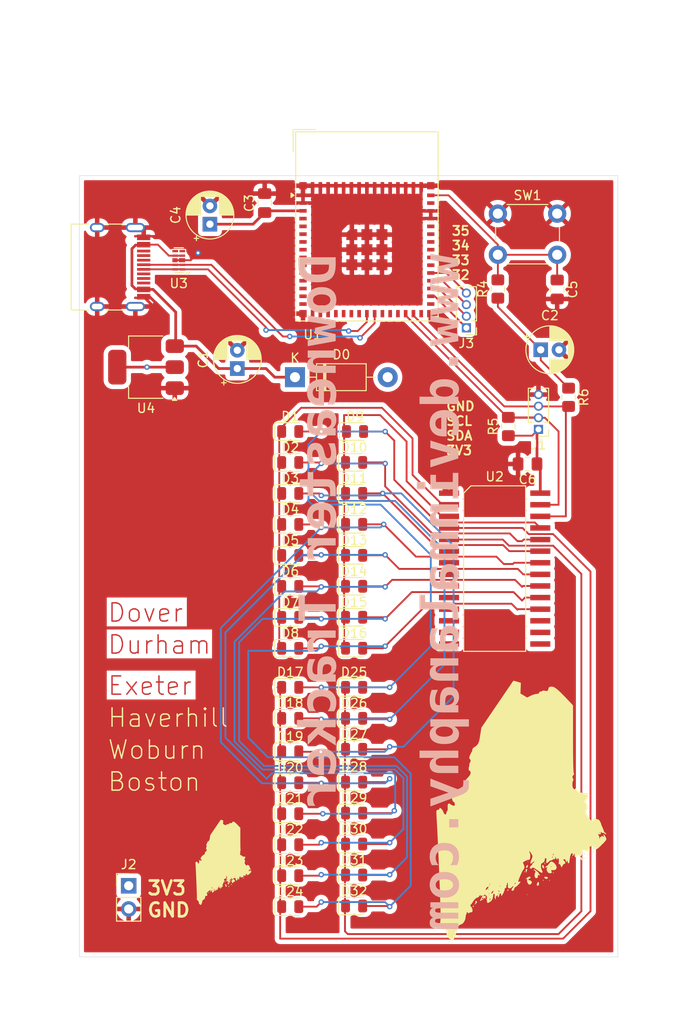
<source format=kicad_pcb>
(kicad_pcb (version 20240108) (generator "pcbnew") (generator_version "8.0")
  (layers (0 "F.Cu" signal) (1 "In1.Cu" signal) (2 "In2.Cu" signal) (31 "B.Cu" signal) (34 "B.Paste" user) (35 "F.Paste" user) (36 "B.SilkS" user "B.Silkscreen") (37 "F.SilkS" user "F.Silkscreen") (38 "B.Mask" user) (39 "F.Mask" user) (44 "Edge.Cuts" user))
  (net 0 "")
  (net 1 "/3V3")
  (net 2 "/5VUSB")
  (net 3 "GND")
  (net 5 "/USB_P")
  (net 9 "/SCL")
  (net 14 "unconnected-(U1-IO3-Pad7)")
  (net 15 "unconnected-(U1-IO2-Pad6)")
  (net 21 "Net-(J3-Pin_4)")
  (net 26 "/USB_N")
  (net 32 "Net-(J3-Pin_3)")
  (net 33 "Net-(J3-Pin_1)")
  (net 37 "/SDA")
  (net 44 "Net-(U1-EN)")
  (net 45 "Net-(D16-A)")
  (net 46 "Net-(D14-A)")
  (net 47 "Net-(D1-A)")
  (net 48 "Net-(D17-K)")
  (net 49 "Net-(D12-A)")
  (net 50 "Net-(D25-K)")
  (net 56 "Net-(D11-A)")
  (net 57 "Net-(D1-K)")
  (net 59 "Net-(D10-K)")
  (net 62 "Net-(D13-A)")
  (net 65 "Net-(D15-A)")
  (net 68 "Net-(D10-A)")
  (net 71 "Net-(J3-Pin_2)")
  (footprint "Connector_PinHeader_1.27mm:PinHeader_1x04_P1.27mm_Vertical" (layer "F.Cu") (at 149.1 102.01 180)
    (property "Reference" "J1")
    (property "Value" "Conn_01x04_Pin")
  )
  (footprint "LED_SMD:LED_0805_2012Metric" (layer "F.Cu") (at 128.9 109.014887)
    (property "Reference" "D11")
    (property "Value" "LED")
  )
  (footprint "Connector_PinHeader_2.54mm:PinHeader_1x02_P2.54mm_Vertical" (layer "F.Cu") (at 104.2 151.96)
    (property "Reference" "J2")
    (property "Value" "Conn_01x02_Pin")
  )
  (footprint "LED_SMD:LED_0805_2012Metric" (layer "F.Cu") (at 121.9 109.024887)
    (property "Reference" "D3")
    (property "Value" "LED")
  )
  (footprint "LED_SMD:LED_0805_2012Metric" (layer "F.Cu") (at 121.9 150.854887)
    (property "Reference" "D23")
    (property "Value" "LED")
  )
  (footprint "LED_SMD:LED_0805_2012Metric" (layer "F.Cu") (at 128.9 115.794887)
    (property "Reference" "D13")
    (property "Value" "LED")
  )
  (footprint "Diode_THT:D_DO-41_SOD81_P10.16mm_Horizontal" (layer "F.Cu") (at 122.42 96.3)
    (property "Reference" "D0")
    (property "Value" "1N4002")
  )
  (footprint "Capacitor_THT:CP_Radial_D5.0mm_P2.00mm" (layer "F.Cu") (at 116.1 95.355113 90)
    (property "Reference" "C1")
    (property "Value" "10uF")
  )
  (footprint "LED_SMD:LED_0805_2012Metric" (layer "F.Cu") (at 121.9 133.634887)
    (property "Reference" "D18")
    (property "Value" "LED")
  )
  (footprint "LED_SMD:LED_0805_2012Metric" (layer "F.Cu") (at 121.9 147.464887)
    (property "Reference" "D22")
    (property "Value" "LED")
  )
  (footprint "LOGO" (layer "F.Cu") (at 147.3 143.744887)
    (property "Reference" "G***" (hide yes))
    (property "Value" "LOGO" (hide yes))
  )
  (footprint "Capacitor_SMD:C_0805_2012Metric_Pad1.18x1.45mm_HandSolder" (layer "F.Cu") (at 147.9 105.8 180)
    (property "Reference" "C6")
    (property "Value" "0.1uF")
  )
  (footprint "Button_Switch_THT:SW_PUSH_6mm" (layer "F.Cu") (at 144.65 78.4)
    (property "Reference" "SW1")
    (property "Value" "SW_Push")
  )
  (footprint "DevySymbols:HT16K33_SOP28" (layer "F.Cu") (at 144.3 117.244887 -90)
    (property "Reference" "U2")
    (property "Value" "HT16K33")
  )
  (footprint "LED_SMD:LED_0805_2012Metric" (layer "F.Cu") (at 128.9 154.174887)
    (property "Reference" "D32")
    (property "Value" "LED")
  )
  (footprint "RF_Module:ESP32-S2-MINI-1" (layer "F.Cu") (at 130.3 79.794887)
    (property "Reference" "U1")
    (property "Value" "ESP32-S3-MINI-1")
  )
  (footprint "LED_SMD:LED_0805_2012Metric" (layer "F.Cu") (at 121.9 125.974887)
    (property "Reference" "D8")
    (property "Value" "LED")
  )
  (footprint "LED_SMD:LED_0805_2012Metric" (layer "F.Cu") (at 129 102.244887)
    (property "Reference" "D9")
    (property "Value" "LED")
  )
  (footprint "LED_SMD:LED_0805_2012Metric" (layer "F.Cu") (at 121.9 130.244887)
    (property "Reference" "D17")
    (property "Value" "LED")
  )
  (footprint "LED_SMD:LED_0805_2012Metric" (layer "F.Cu") (at 128.9 112.404887)
    (property "Reference" "D12")
    (property "Value" "LED")
  )
  (footprint "Capacitor_SMD:C_0805_2012Metric_Pad1.18x1.45mm_HandSolder" (layer "F.Cu") (at 151.15 86.7 -90)
    (property "Reference" "C5")
    (property "Value" "0.1uF")
  )
  (footprint "Capacitor_SMD:C_0805_2012Metric_Pad1.18x1.45mm_HandSolder" (layer "F.Cu") (at 119.1 77.244887 90)
    (property "Reference" "C3")
    (property "Value" "0.1uF")
  )
  (footprint "Resistor_SMD:R_0805_2012Metric_Pad1.20x1.40mm_HandSolder" (layer "F.Cu") (at 144.65 86.65 90)
    (property "Reference" "R4")
    (property "Value" "10k")
  )
  (footprint "Resistor_SMD:R_0805_2012Metric_Pad1.20x1.40mm_HandSolder" (layer "F.Cu") (at 152.4 98.5 -90)
    (property "Reference" "R6")
    (property "Value" "10k")
  )
  (footprint "Connector_USB:USB_C_Receptacle_HRO_TYPE-C-31-M-12" (layer "F.Cu") (at 101.8 84.244887 -90)
    (property "Reference" "P1" (hide yes))
    (property "Value" "USB_C_Plug_USB2.0")
  )
  (footprint "LED_SMD:LED_0805_2012Metric" (layer "F.Cu") (at 128.9 125.964887)
    (property "Reference" "D16")
    (property "Value" "LED")
  )
  (footprint "LED_SMD:LED_0805_2012Metric" (layer "F.Cu") (at 121.9 119.194887)
    (property "Reference" "D6")
    (property "Value" "LED")
  )
  (footprint "LED_SMD:LED_0805_2012Metric" (layer "F.Cu") (at 121.9 115.804887)
    (property "Reference" "D5")
    (property "Value" "LED")
  )
  (footprint "LED_SMD:LED_0805_2012Metric" (layer "F.Cu") (at 121.9 102.244887)
    (property "Reference" "D1")
    (property "Value" "LED")
  )
  (footprint "LED_SMD:LED_0805_2012Metric" (layer "F.Cu") (at 128.9 147.394887)
    (property "Reference" "D30")
    (property "Value" "LED")
  )
  (footprint "LED_SMD:LED_0805_2012Metric" (layer "F.Cu") (at 128.9 144.004887)
    (property "Reference" "D29")
    (property "Value" "LED")
  )
  (footprint "LED_SMD:LED_0805_2012Metric" (layer "F.Cu") (at 128.9 122.574887)
    (property "Reference" "D15")
    (property "Value" "LED")
  )
  (footprint "Capacitor_THT:CP_Radial_D5.0mm_P2.00mm" (layer "F.Cu") (at 113.1 79.555113 90)
    (property "Reference" "C4")
    (property "Value" "10uF")
  )
  (footprint "LED_SMD:LED_0805_2012Metric" (layer "F.Cu") (at 128.9 133.634887)
    (property "Reference" "D26")
    (property "Value" "LED")
  )
  (footprint "LED_SMD:LED_0805_2012Metric" (layer "F.Cu") (at 121.9 122.584887)
    (property "Reference" "D7")
    (property "Value" "LED")
  )
  (footprint "LED_SMD:LED_0805_2012Metric" (layer "F.Cu") (at 128.9 150.784887)
    (property "Reference" "D31")
    (property "Value" "LED")
  )
  (footprint "LED_SMD:LED_0805_2012Metric" (layer "F.Cu") (at 128.9 119.184887)
    (property "Reference" "D14")
    (property "Value" "LED")
  )
  (footprint "LED_SMD:LED_0805_2012Metric" (layer "F.Cu") (at 121.9 105.634887)
    (property "Reference" "D2")
    (property "Value" "LED")
  )
  (footprint "Capacitor_THT:CP_Radial_D5.0mm_P2.00mm" (layer "F.Cu") (at 149.344888 93.3)
    (property "Reference" "C2")
    (property "Value" "100uF")
  )
  (footprint "LED_SMD:LED_0805_2012Metric" (layer "F.Cu") (at 128.9 130.244887)
    (property "Reference" "D25")
    (property "Value" "LED")
  )
  (footprint "LOGO" (layer "F.Cu") (at 114.6 149.4)
    (property "Reference" "G***")
    (property "Value" "LOGO" (hide yes))
  )
  (footprint "Connector_PinHeader_1.27mm:PinHeader_1x04_P1.27mm_Vertical" (layer "F.Cu") (at 141.2 90.9 180)
    (property "Reference" "J3")
    (property "Value" "Conn_01x04_Pin")
  )
  (footprint "LED_SMD:LED_0805_2012Metric" (layer "F.Cu") (at 121.9 137.294887)
    (property "Reference" "D19")
    (property "Value" "LED")
  )
  (footprint "LED_SMD:LED_0805_2012Metric" (layer "F.Cu") (at 128.9 105.624887)
    (property "Reference" "D10")
    (property "Value" "LED")
  )
  (footprint "LED_SMD:LED_0805_2012Metric" (layer "F.Cu") (at 121.9 144.074887)
    (property "Reference" "D21")
    (property "Value" "LED")
  )
  (footprint "LED_SMD:LED_0805_2012Metric" (layer "F.Cu") (at 121.9 112.414887)
    (property "Reference" "D4")
    (property "Value" "LED")
  )
  (footprint "LED_SMD:LED_0805_2012Metric" (layer "F.Cu") (at 128.9 137.024887)
    (property "Reference" "D27")
    (property "Value" "LED")
  )
  (footprint "Package_TO_SOT_SMD:SOT-223-3_TabPin2" (layer "F.Cu") (at 106.1 95.2 180)
    (property "Reference" "U4")
    (property "Value" "AMS1117-3.3")
  )
  (footprint "Package_DFN_QFN:Diodes_UDFN-10_1.0x2.5mm_P0.5mm" (layer "F.Cu") (at 109.6875 83.5 180)
    (property "Reference" "U3")
    (property "Value" "D3V3XA4B10LP" (hide yes))
  )
  (footprint "LED_SMD:LED_0805_2012Metric" (layer "F.Cu") (at 121.9 154.244887)
    (property "Reference" "D24")
    (property "Value" "LED")
  )
  (footprint "LED_SMD:LED_0805_2012Metric" (layer "F.Cu") (at 128.9 140.614887)
    (property "Reference" "D28")
    (property "Value" "LED")
  )
  (footprint "Resistor_SMD:R_0805_2012Metric_Pad1.20x1.40mm_HandSolder" (layer "F.Cu") (at 145.8 101.7 90)
    (property "Reference" "R5")
    (property "Value" "10k")
  )
  (footprint "LED_SMD:LED_0805_2012Metric" (layer "F.Cu") (at 121.9 140.684887)
    (property "Reference" "D20")
    (property "Value" "LED")
  )
  (gr_rect (start 98.8 74.244887) (end 157.8 159.744887) (stroke (width 0.05)) (fill none) (layer "Edge.Cuts"))
  (gr_text "Exeter" (at 101.8 131.244887 0) (layer "F.Cu") (effects (font (size 2 2)) (justify left bottom)))
  (gr_text "Durham" (at 101.8 126.744887 0) (layer "F.Cu") (effects (font (size 2 2)) (justify left bottom)))
  (gr_text "Dover" (at 101.8 123.244887 0) (layer "F.Cu") (effects (font (size 2 2)) (justify left bottom)))
  (gr_text "Downeaster Tracker\n\nwww.devinmalanaphy.com" (at 141 82.8 90) (layer "B.SilkS") (effects (font (size 4 4) (thickness 0.8) (bold yes)) (justify left bottom mirror)))
  (gr_text "Boston" (at 101.8 141.744887 0) (layer "F.SilkS") (effects (font (size 2 2)) (justify left bottom)))
  (gr_text "Woburn" (at 101.8 138.244887 0) (layer "F.SilkS") (effects (font (size 2 2)) (justify left bottom)))
  (gr_text "3V3\nGND" (at 106.1 155.5 0) (layer "F.SilkS") (effects (font (size 1.5 1.5) (thickness 0.3) (bold yes)) (justify left bottom)))
  (gr_text "GND\nSCL\nSDA\n3V3" (at 138.9 104.9 0) (layer "F.SilkS") (effects (font (size 1 1) (thickness 0.2) (bold yes)) (justify left bottom)))
  (gr_text "35\n34\n33\n32" (at 139.5 85.7 0) (layer "F.SilkS") (effects (font (size 1 1) (thickness 0.2) (bold yes)) (justify left bottom)))
  (gr_text "Haverhill" (at 101.8 134.744887 0) (layer "F.SilkS") (effects (font (size 2 2)) (justify left bottom)))
  (segment (start 144.65 88.605112) (end 149.344888 93.3) (width 0.2) (layer "F.Cu") (net 1))
  (segment (start 144.65 87.65) (end 144.65 88.605112) (width 0.2) (layer "F.Cu") (net 1))
  (segment (start 152.4 97.5) (end 149.344888 94.444888) (width 0.2) (layer "F.Cu") (net 1))
  (segment (start 145.8 102.7) (end 148.41 102.7) (width 0.2) (layer "F.Cu") (net 1))
  (segment (start 106.2 95.2) (end 106.3 95.2) (width 0.3) (layer "F.Cu") (net 1))
  (segment (start 123.3 78.094887) (end 119.2875 78.094887) (width 0.3) (layer "F.Cu") (net 1))
  (segment (start 119.2875 78.094887) (end 119.1 78.282387) (width 0.2) (layer "F.Cu") (net 1))
  (segment (start 117.827274 79.555113) (end 119.1 78.282387) (width 0.3) (layer "F.Cu") (net 1))
  (segment (start 103.05 95.2) (end 106.2 95.2) (width 0.3) (layer "F.Cu") (net 1))
  (segment (start 106.3 95.2) (end 109.35 95.2) (width 0.3) (layer "F.Cu") (net 1))
  (segment (start 148.41 102.7) (end 149.1 102.01) (width 0.2) (layer "F.Cu") (net 1))
  (segment (start 113.1 79.555113) (end 117.827274 79.555113) (width 0.3) (layer "F.Cu") (net 1))
  (segment (start 149.1 102.01) (end 149.1 102.3) (width 0.2) (layer "F.Cu") (net 1))
  (segment (start 149.344888 94.444888) (end 149.344888 93.3) (width 0.2) (layer "F.Cu") (net 1))
  (segment (start 149.1 102.3) (end 148.9375 102.4625) (width 0.2) (layer "F.Cu") (net 1))
  (segment (start 149.3 108.989887) (end 149.3 105.9125) (width 0.3) (layer "F.Cu") (net 1))
  (segment (start 149.2875 105.8875) (end 149.2875 105.9) (width 0.2) (layer "F.Cu") (net 1))
  (segment (start 148.9375 102.4625) (end 148.9375 105.8) (width 0.3) (layer "F.Cu") (net 1))
  (via (at 106.2 95.2) (size 0.6) (drill 0.3) (layers "F.Cu" "B.Cu") (net 1))
  (segment (start 105.48 86.644887) (end 104.940305 86.644887) (width 0.3) (layer "F.Cu") (net 2))
  (segment (start 109.35 89.174887) (end 106.87 86.694887) (width 0.3) (layer "F.Cu") (net 2))
  (segment (start 104.95188 81.844887) (end 105.48 81.844887) (width 0.3) (layer "F.Cu") (net 2))
  (segment (start 120.2 96.3) (end 122.42 96.3) (width 0.3) (layer "F.Cu") (net 2))
  (segment (start 116.1 95.355113) (end 119.255113 95.355113) (width 0.3) (layer "F.Cu") (net 2))
  (segment (start 107.394887 81.794887) (end 108.6 83) (width 0.2) (layer "F.Cu") (net 2))
  (segment (start 114.055113 95.355113) (end 111.6 92.9) (width 0.3) (layer "F.Cu") (net 2))
  (segment (start 111.6 92.9) (end 109.35 92.9) (width 0.3) (layer "F.Cu") (net 2))
  (segment (start 105.48 86.644887) (end 106.054999 86.644887) (width 0.3) (layer "F.Cu") (net 2))
  (segment (start 104.555 82.241767) (end 104.95188 81.844887) (width 0.3) (layer "F.Cu") (net 2))
  (segment (start 108.6 83) (end 110.075 83) (width 0.2) (layer "F.Cu") (net 2))
  (segment (start 116.1 95.355113) (end 114.055113 95.355113) (width 0.3) (layer "F.Cu") (net 2))
  (segment (start 109.35 92.9) (end 109.35 89.174887) (width 0.3) (layer "F.Cu") (net 2))
  (segment (start 104.940305 86.644887) (end 104.555 86.259582) (width 0.3) (layer "F.Cu") (net 2))
  (segment (start 106.87 86.694887) (end 105.845 86.694887) (width 0.3) (layer "F.Cu") (net 2))
  (segment (start 119.255113 95.355113) (end 120.2 96.3) (width 0.3) (layer "F.Cu") (net 2))
  (segment (start 104.555 86.259582) (end 104.555 82.241767) (width 0.3) (layer "F.Cu") (net 2))
  (segment (start 105.845 81.794887) (end 107.394887 81.794887) (width 0.2) (layer "F.Cu") (net 2))
  (segment (start 105.845 87.494887) (end 106.494887 87.494887) (width 0.3) (layer "F.Cu") (net 3))
  (segment (start 106.494887 87.494887) (end 107.5 88.5) (width 0.3) (layer "F.Cu") (net 3))
  (segment (start 109.275 83.5) (end 111 83.5) (width 0.2) (layer "F.Cu") (net 3))
  (segment (start 106.62 88.269887) (end 106.62 89.2) (width 0.3) (layer "F.Cu") (net 3))
  (segment (start 123.1125 76.207387) (end 123.3 76.394887) (width 0.2) (layer "F.Cu") (net 3))
  (segment (start 111 83.5) (end 111.8 82.7) (width 0.2) (layer "F.Cu") (net 3))
  (segment (start 105.845 87.494887) (end 106.62 88.269887) (width 0.3) (layer "F.Cu") (net 3))
  (via (at 111.8 82.7) (size 0.6) (drill 0.3) (layers "F.Cu" "B.Cu") (net 3))
  (segment (start 121.85 91.844887) (end 121.094887 91.844887) (width 0.2) (layer "F.Cu") (net 5))
  (segment (start 131.15 90.394887) (end 131.15 89.344887) (width 0.2) (layer "F.Cu") (net 5))
  (segment (start 113.25 84) (end 110.075 84) (width 0.2) (layer "F.Cu") (net 5))
  (segment (start 121.094887 91.844887) (end 113.25 84) (width 0.2) (layer "F.Cu") (net 5))
  (segment (start 105.48 83.994887) (end 105.53 84.044887) (width 0.2) (layer "F.Cu") (net 5))
  (segment (start 106.42 83.994887) (end 106.445 84.019887) (width 0.2) (layer "F.Cu") (net 5))
  (segment (start 129.55 91.994887) (end 131.15 90.394887) (width 0.2) (layer "F.Cu") (net 5))
  (segment (start 105.845 83.994887) (end 110.069887 83.994887) (width 0.2) (layer "F.Cu") (net 5))
  (segment (start 110.069887 83.994887) (end 110.075 84) (width 0.2) (layer "F.Cu") (net 5))
  (via (at 121.85 91.844887) (size 0.6) (drill 0.3) (layers "F.Cu" "B.Cu") (net 5))
  (via (at 129.55 91.994887) (size 0.6) (drill 0.3) (layers "F.Cu" "B.Cu") (net 5))
  (segment (start 121.85 91.844887) (end 129.4 91.844887) (width 0.2) (layer "B.Cu") (net 5))
  (segment (start 129.4 91.844887) (end 129.55 91.994887) (width 0.2) (layer "B.Cu") (net 5))
  (segment (start 152.1 111.529887) (end 152.1 99.8) (width 0.2) (layer "F.Cu") (net 9))
  (segment (start 135.4 89.544887) (end 135.4 89.344887) (width 0.2) (layer "F.Cu") (net 9))
  (segment (start 149.3 111.529887) (end 152.1 111.529887) (width 0.2) (layer "F.Cu") (net 9))
  (segment (start 145.355113 99.5) (end 135.4 89.544887) (width 0.2) (layer "F.Cu") (net 9))
  (segment (start 152.1 99.8) (end 152.4 99.5) (width 0.2) (layer "F.Cu") (net 9))
  (segment (start 152.4 99.5) (end 145.355113 99.5) (width 0.2) (layer "F.Cu") (net 9))
  (segment (start 123.3 81.494887) (end 123.1 81.494887) (width 0.2) (layer "F.Cu") (net 14))
  (segment (start 123.1 80.644887) (end 123.3 80.644887) (width 0.2) (layer "F.Cu") (net 15))
  (segment (start 137.3 84.894887) (end 139.004887 84.894887) (width 0.2) (layer "F.Cu") (net 21))
  (segment (start 139.004887 84.894887) (end 141.2 87.09) (width 0.2) (layer "F.Cu") (net 21))
  (segment (start 110.069887 84.494887) (end 110.075 84.5) (width 0.2) (layer "F.Cu") (net 26))
  (segment (start 119.25 91.144887) (end 119.25 90.85) (width 0.2) (layer "F.Cu") (net 26))
  (segment (start 130.3 90.244887) (end 130.3 89.344887) (width 0.2) (layer "F.Cu") (net 26))
  (segment (start 119.25 90.85) (end 112.9 84.5) (width 0.2) (layer "F.Cu") (net 26))
  (segment (start 129.3 91.244887) (end 130.3 90.244887) (width 0.2) (layer "F.Cu") (net 26))
  (segment (start 128.3 91.244887) (end 129.3 91.244887) (width 0.2) (layer "F.Cu") (net 26))
  (segment (start 112.9 84.5) (end 110.075 84.5) (width 0.2) (layer "F.Cu") (net 26))
  (segment (start 105.845 84.494887) (end 110.069887 84.494887) (width 0.2) (layer "F.Cu") (net 26))
  (segment (start 105.48 84.494887) (end 105.48 84.544887) (width 0.2) (layer "F.Cu") (net 26))
  (segment (start 106.42 84.494887) (end 106.445 84.469887) (width 0.2) (layer "F.Cu") (net 26))
  (via (at 119.25 91.144887) (size 0.6) (drill 0.3) (layers "F.Cu" "B.Cu") (net 26))
  (via (at 128.3 91.244887) (size 0.6) (drill 0.3) (layers "F.Cu" "B.Cu") (net 26))
  (segment (start 128.2 91.144887) (end 128.3 91.244887) (width 0.2) (layer "B.Cu") (net 26))
  (segment (start 119.25 91.144887) (end 128.2 91.144887) (width 0.2) (layer "B.Cu") (net 26))
  (segment (start 138.584887 85.744887) (end 137.3 85.744887) (width 0.2) (layer "F.Cu") (net 32))
  (segment (start 141.2 88.36) (end 138.584887 85.744887) (width 0.2) (layer "F.Cu") (net 32))
  (segment (start 141.2 90.9) (end 137.744887 87.444887) (width 0.2) (layer "F.Cu") (net 33))
  (segment (start 137.744887 87.444887) (end 137.3 87.444887) (width 0.2) (layer "F.Cu") (net 33))
  (segment (start 149.1 100.74) (end 149.06 100.7) (width 0.2) (layer "F.Cu") (net 37))
  (segment (start 134.55 89.344887) (end 134.55 89.544887) (width 0.2) (layer "F.Cu") (net 37))
  (segment (start 134.55 89.544887) (end 145.745113 100.74) (width 0.2) (layer "F.Cu") (net 37))
  (segment (start 149.807106 100.74) (end 151.3 102.232894) (width 0.2) (layer "F.Cu") (net 37))
  (segment (start 151.3 110.259887) (end 149.3 110.259887) (width 0.2) (layer "F.Cu") (net 37))
  (segment (start 149.06 100.7) (end 145.8 100.7) (width 0.2) (layer "F.Cu") (net 37))
  (segment (start 151.3 102.232894) (end 151.3 110.259887) (width 0.2) (layer "F.Cu") (net 37))
  (segment (start 149.1 100.74) (end 149.807106 100.74) (width 0.2) (layer "F.Cu") (net 37))
  (segment (start 145.745113 100.74) (end 149.1 100.74) (width 0.2) (layer "F.Cu") (net 37))
  (segment (start 139.244887 76.394887) (end 137.3 76.394887) (width 0.2) (layer "F.Cu") (net 44))
  (segment (start 144.65 82.9) (end 144.65 81.8) (width 0.2) (layer "F.Cu") (net 44))
  (segment (start 144.65 81.8) (end 139.244887 76.394887) (width 0.2) (layer "F.Cu") (net 44))
  (segment (start 144.65 82.9) (end 151.15 82.9) (width 0.2) (layer "F.Cu") (net 44))
  (segment (start 144.65 85.65) (end 144.65 82.9) (width 0.2) (layer "F.Cu") (net 44))
  (segment (start 151.15 85.6625) (end 151.15 82.9) (width 0.2) (layer "F.Cu") (net 44))
  (segment (start 146.8 121.744887) (end 146.855 121.689887) (width 0.2) (layer "F.Cu") (net 45))
  (segment (start 132.73 154.174887) (end 132.8 154.244887) (width 0.2) (layer "F.Cu") (net 45))
  (segment (start 132.08 125.964887) (end 132.3 125.744887) (width 0.2) (layer "F.Cu") (net 45))
  (segment (start 130.3 154.174887) (end 132.73 154.174887) (width 0.2) (layer "F.Cu") (net 45))
  (segment (start 123.3 154.244887) (end 124.8 154.244887) (width 0.2) (layer "F.Cu") (net 45))
  (segment (start 146.145 121.089887) (end 146.8 121.744887) (width 0.2) (layer "F.Cu") (net 45))
  (segment (start 136.955 121.089887) (end 146.145 121.089887) (width 0.2) (layer "F.Cu") (net 45))
  (segment (start 123.3 125.974887) (end 125.07 125.974887) (width 0.2) (layer "F.Cu") (net 45))
  (segment (start 130.3 125.964887) (end 132.08 125.964887) (width 0.2) (layer "F.Cu") (net 45))
  (segment (start 146.855 121.689887) (end 149.3 121.689887) (width 0.2) (layer "F.Cu") (net 45))
  (segment (start 124.8 154.244887) (end 125.3 153.744887) (width 0.2) (layer "F.Cu") (net 45))
  (segment (start 125.07 125.974887) (end 125.3 125.744887) (width 0.2) (layer "F.Cu") (net 45))
  (segment (start 132.3 125.744887) (end 136.955 121.089887) (width 0.2) (layer "F.Cu") (net 45))
  (via (at 125.3 125.744887) (size 0.6) (drill 0.3) (layers "F.Cu" "B.Cu") (net 45))
  (via (at 125.3 153.744887) (size 0.6) (drill 0.3) (layers "F.Cu" "B.Cu") (net 45))
  (via (at 132.3 125.744887) (size 0.6) (drill 0.3) (layers "F.Cu" "B.Cu") (net 45))
  (via (at 132.8 154.244887) (size 0.6) (drill 0.3) (layers "F.Cu" "B.Cu") (net 45))
  (segment (start 135.1 139.679201) (end 133.315686 137.894887) (width 0.2) (layer "B.Cu") (net 45))
  (segment (start 117.3 135.744887) (end 117.3 126.244887) (width 0.2) (layer "B.Cu") (net 45))
  (segment (start 117.3 126.244887) (end 124.8 126.244887) (width 0.2) (layer "B.Cu") (net 45))
  (segment (start 119.45 137.894887) (end 117.3 135.744887) (width 0.2) (layer "B.Cu") (net 45))
  (segment (start 135.1 151.944887) (end 135.1 139.679201) (width 0.2) (layer "B.Cu") (net 45))
  (segment (start 132.3 153.744887) (end 132.8 154.244887) (width 0.2) (layer "B.Cu") (net 45))
  (segment (start 125.3 153.744887) (end 132.3 153.744887) (width 0.2) (layer "B.Cu") (net 45))
  (segment (start 132.8 154.244887) (end 135.1 151.944887) (width 0.2) (layer "B.Cu") (net 45))
  (segment (start 125.3 125.744887) (end 132.3 125.744887) (width 0.2) (layer "B.Cu") (net 45))
  (segment (start 133.315686 137.894887) (end 119.45 137.894887) (width 0.2) (layer "B.Cu") (net 45))
  (segment (start 124.8 126.244887) (end 125.3 125.744887) (width 0.2) (layer "B.Cu") (net 45))
  (segment (start 125.08 147.464887) (end 125.3 147.244887) (width 0.2) (layer "F.Cu") (net 46))
  (segment (start 132.65 147.394887) (end 132.8 147.244887) (width 0.2) (layer "F.Cu") (net 46))
  (segment (start 123.3 119.194887) (end 125.25 119.194887) (width 0.2) (layer "F.Cu") (net 46))
  (segment (start 123.3 147.464887) (end 125.08 147.464887) (width 0.2) (layer "F.Cu") (net 46))
  (segment (start 147.395 119.149887) (end 149.3 119.149887) (width 0.2) (layer "F.Cu") (net 46))
  (segment (start 125.25 119.194887) (end 125.3 119.244887) (width 0.2) (layer "F.Cu") (net 46))
  (segment (start 130.3 147.394887) (end 132.65 147.394887) (width 0.2) (layer "F.Cu") (net 46))
  (segment (start 147.3 119.244887) (end 147.395 119.149887) (width 0.2) (layer "F.Cu") (net 46))
  (segment (start 132.3 119.244887) (end 133.065 118.479887) (width 0.2) (layer "F.Cu") (net 46))
  (segment (start 130.3 119.184887) (end 132.24 119.184887) (width 0.2) (layer "F.Cu") (net 46))
  (segment (start 133.065 118.479887) (end 146.535 118.479887) (width 0.2) (layer "F.Cu") (net 46))
  (segment (start 132.24 119.184887) (end 132.3 119.244887) (width 0.2) (layer "F.Cu") (net 46))
  (segment (start 146.535 118.479887) (end 147.3 119.244887) (width 0.2) (layer "F.Cu") (net 46))
  (via (at 125.3 147.244887) (size 0.6) (drill 0.3) (layers "F.Cu" "B.Cu") (net 46))
  (via (at 125.3 119.244887) (size 0.6) (drill 0.3) (layers "F.Cu" "B.Cu") (net 46))
  (via (at 132.3 119.244887) (size 0.6) (drill 0.3) (layers "F.Cu" "B.Cu") (net 46))
  (via (at 132.8 147.244887) (size 0.6) (drill 0.3) (layers "F.Cu" "B.Cu") (net 46))
  (segment (start 125.3 119.244887) (end 132.3 119.244887) (width 0.2) (layer "B.Cu") (net 46))
  (segment (start 134.3 140.179201) (end 134.3 145.744887) (width 0.2) (layer "B.Cu") (net 46))
  (segment (start 118.865686 139.244887) (end 133.365686 139.244887) (width 0.2) (layer "B.Cu") (net 46))
  (segment (start 134.3 145.744887) (end 132.8 147.244887) (width 0.2) (layer "B.Cu") (net 46))
  (segment (start 121.3 119.744887) (end 115.8 125.244887) (width 0.2) (layer "B.Cu") (net 46))
  (segment (start 125.3 119.244887) (end 124.8 119.744887) (width 0.2) (layer "B.Cu") (net 46))
  (segment (start 133.365686 139.244887) (end 134.3 140.179201) (width 0.2) (layer "B.Cu") (net 46))
  (segment (start 124.8 119.744887) (end 121.3 119.744887) (width 0.2) (layer "B.Cu") (net 46))
  (segment (start 115.8 125.244887) (end 115.8 136.179201) (width 0.2) (layer "B.Cu") (net 46))
  (segment (start 125.3 147.244887) (end 132.8 147.244887) (width 0.2) (layer "B.Cu") (net 46))
  (segment (start 115.8 136.179201) (end 118.865686 139.244887) (width 0.2) (layer "B.Cu") (net 46))
  (segment (start 133.3 107.529887) (end 133.3 103.244887) (width 0.2) (layer "F.Cu") (net 47))
  (segment (start 149.3 112.799887) (end 148.7 112.199887) (width 0.2) (layer "F.Cu") (net 47))
  (segment (start 133.3 103.244887) (end 132.3 102.244887) (width 0.2) (layer "F.Cu") (net 47))
  (segment (start 148.7 112.199887) (end 137.97 112.199887) (width 0.2) (layer "F.Cu") (net 47))
  (segment (start 130.4 102.244887) (end 132.3 102.244887) (width 0.2) (layer "F.Cu") (net 47))
  (segment (start 123.3 130.244887) (end 125.3 130.244887) (width 0.2) (layer "F.Cu") (net 47))
  (segment (start 123.3 102.244887) (end 125.3 102.244887) (width 0.2) (layer "F.Cu") (net 47))
  (segment (start 130.3 130.244887) (end 132.8 130.244887) (width 0.2) (layer "F.Cu") (net 47))
  (segment (start 137.97 112.199887) (end 133.3 107.529887) (width 0.2) (layer "F.Cu") (net 47))
  (via (at 132.8 130.244887) (size 0.6) (drill 0.3) (layers "F.Cu" "B.Cu") (net 47))
  (via (at 125.3 102.244887) (size 0.6) (drill 0.3) (layers "F.Cu" "B.Cu") (net 47))
  (via (at 125.3 130.244887) (size 0.6) (drill 0.3) (layers "F.Cu" "B.Cu") (net 47))
  (via (at 132.3 102.244887) (size 0.6) (drill 0.3) (layers "F.Cu" "B.Cu") (net 47))
  (segment (start 124.3 110.244887) (end 123.9 109.844887) (width 0.2) (layer "B.Cu") (net 47))
  (segment (start 132.8 130.244887) (end 137.3 125.744887) (width 0.2) (layer "B.Cu") (net 47))
  (segment (start 131.8 110.244887) (end 124.3 110.244887) (width 0.2) (layer "B.Cu") (net 47))
  (segment (start 125.3 130.244887) (end 132.8 130.244887) (width 0.2) (layer "B.Cu") (net 47))
  (segment (start 123.9 109.844887) (end 123.9 103.644887) (width 0.2) (layer "B.Cu") (net 47))
  (segment (start 137.3 115.744887) (end 131.8 110.244887) (width 0.2) (layer "B.Cu") (net 47))
  (segment (start 137.3 125.744887) (end 137.3 115.744887) (width 0.2) (layer "B.Cu") (net 47))
  (segment (start 125.3 102.244887) (end 132.3 102.244887) (width 0.2) (layer "B.Cu") (net 47))
  (segment (start 123.9 103.644887) (end 125.3 102.244887) (width 0.2) (layer "B.Cu") (net 47))
  (segment (start 120.8 157.744887) (end 120.8 130.544887) (width 0.2) (layer "F.Cu") (net 48))
  (segment (start 148.025 113.469887) (end 150.7 113.469887) (width 0.2) (layer "F.Cu") (net 48))
  (segment (start 147.355 112.799887) (end 148.025 113.469887) (width 0.2) (layer "F.Cu") (net 48))
  (segment (start 120.8 130.544887) (end 120.5 130.244887) (width 0.2) (layer "F.Cu") (net 48))
  (segment (start 154.8 117.569887) (end 154.8 154.744887) (width 0.2) (layer "F.Cu") (net 48))
  (segment (start 139.3 112.799887) (end 147.355 112.799887) (width 0.2) (layer "F.Cu") (net 48))
  (segment (start 154.8 154.744887) (end 151.8 157.744887) (width 0.2) (layer "F.Cu") (net 48))
  (segment (start 150.7 113.469887) (end 154.8 117.569887) (width 0.2) (layer "F.Cu") (net 48))
  (segment (start 151.8 157.744887) (end 120.8 157.744887) (width 0.2) (layer "F.Cu") (net 48))
  (segment (start 130.3 112.404887) (end 132.14 112.404887) (width 0.2) (layer "F.Cu") (net 49))
  (segment (start 145.3 116.744887) (end 146.3 116.744887) (width 0.2) (layer "F.Cu") (net 49))
  (segment (start 144.495 115.939887) (end 145.3 116.744887) (width 0.2) (layer "F.Cu") (net 49))
  (segment (start 123.3 112.414887) (end 124.97 112.414887) (width 0.2) (layer "F.Cu") (net 49))
  (segment (start 135.675 115.939887) (end 144.495 115.939887) (width 0.2) (layer "F.Cu") (net 49))
  (segment (start 132.14 112.404887) (end 135.675 115.939887) (width 0.2) (layer "F.Cu") (net 49))
  (segment (start 146.435 116.609887) (end 149.3 116.609887) (width 0.2) (layer "F.Cu") (net 49))
  (segment (start 124.97 112.414887) (end 125.3 112.744887) (width 0.2) (layer "F.Cu") (net 49))
  (segment (start 123.3 140.684887) (end 125.24 140.684887) (width 0.2) (layer "F.Cu") (net 49))
  (segment (start 125.24 140.684887) (end 125.3 140.744887) (width 0.2) (layer "F.Cu") (net 49))
  (segment (start 130.3 140.614887) (end 132.43 140.614887) (width 0.2) (layer "F.Cu") (net 49))
  (segment (start 146.3 116.744887) (end 146.435 116.609887) (width 0.2) (layer "F.Cu") (net 49))
  (segment (start 132.43 140.614887) (end 132.8 140.244887) (width 0.2) (layer "F.Cu") (net 49))
  (via (at 132.8 140.244887) (size 0.6) (drill 0.3) (layers "F.Cu" "B.Cu") (net 49))
  (via (at 125.3 112.744887) (size 0.6) (drill 0.3) (layers "F.Cu" "B.Cu") (net 49))
  (via (at 125.3 140.744887) (size 0.6) (drill 0.3) (layers "F.Cu" "B.Cu") (net 49))
  (via (at 132.14 112.404887) (size 0.6) (drill 0.3) (layers "F.Cu" "B.Cu") (net 49))
  (segment (start 131.8 112.744887) (end 132.14 112.404887) (width 0.2) (layer "B.Cu") (net 49))
  (segment (start 125.3 112.744887) (end 131.8 112.744887) (width 0.2) (layer "B.Cu") (net 49))
  (segment (start 114.3 123.744887) (end 114.3 136.244887) (width 0.2) (layer "B.Cu") (net 49))
  (segment (start 125.3 112.744887) (end 114.3 123.744887) (width 0.2) (layer "B.Cu") (net 49))
  (segment (start 118.8 140.744887) (end 125.3 140.744887) (width 0.2) (layer "B.Cu") (net 49))
  (segment (start 125.3 140.744887) (end 132.3 140.744887) (width 0.2) (layer "B.Cu") (net 49))
  (segment (start 132.3 140.744887) (end 132.8 140.244887) (width 0.2) (layer "B.Cu") (net 49))
  (segment (start 114.3 136.244887) (end 118.8 140.744887) (width 0.2) (layer "B.Cu") (net 49))
  (segment (start 145.190686 114.069887) (end 145.860686 114.739887) (width 0.2) (layer "F.Cu") (net 50))
  (segment (start 127.9 156.944887) (end 127.9 130.644887) (width 0.2) (layer "F.Cu") (net 50))
  (segment (start 153.8 154.744887) (end 151.3 157.244887) (width 0.2) (layer "F.Cu") (net 50))
  (segment (start 128.2 157.244887) (end 127.9 156.944887) (width 0.2) (layer "F.Cu") (net 50))
  (segment (start 150.7 114.739887) (end 153.8 117.839887) (width 0.2) (layer "F.Cu") (net 50))
  (segment (start 151.3 157.244887) (end 128.2 157.244887) (width 0.2) (layer "F.Cu") (net 50))
  (segment (start 153.8 117.839887) (end 153.8 154.744887) (width 0.2) (layer "F.Cu") (net 50))
  (segment (start 139.3 114.069887) (end 145.190686 114.069887) (width 0.2) (layer "F.Cu") (net 50))
  (segment (start 145.860686 114.739887) (end 150.7 114.739887) (width 0.2) (layer "F.Cu") (net 50))
  (segment (start 127.9 130.644887) (end 127.5 130.244887) (width 0.2) (layer "F.Cu") (net 50))
  (segment (start 145.225 114.669887) (end 145.895 115.339887) (width 0.2) (layer "F.Cu") (net 56))
  (segment (start 123.3 137.294887) (end 125.25 137.294887) (width 0.2) (layer "F.Cu") (net 56))
  (segment (start 123.3 109.024887) (end 125.08 109.024887) (width 0.2) (layer "F.Cu") (net 56))
  (segment (start 132.03 109.014887) (end 137.685 114.669887) (width 0.2) (layer "F.Cu") (net 56))
  (segment (start 125.08 109.024887) (end 125.3 109.244887) (width 0.2) (layer "F.Cu") (net 56))
  (segment (start 130.3 137.024887) (end 132.52 137.024887) (width 0.2) (layer "F.Cu") (net 56))
  (segment (start 130.3 109.014887) (end 132.03 109.014887) (width 0.2) (layer "F.Cu") (net 56))
  (segment (start 137.685 114.669887) (end 145.225 114.669887) (width 0.2) (layer "F.Cu") (net 56))
  (segment (start 145.895 115.339887) (end 149.3 115.339887) (width 0.2) (layer "F.Cu") (net 56))
  (segment (start 132.52 137.024887) (end 132.8 136.744887) (width 0.2) (layer "F.Cu") (net 56))
  (via (at 125.3 109.244887) (size 0.6) (drill 0.3) (layers "F.Cu" "B.Cu") (net 56))
  (via (at 132.8 136.744887) (size 0.6) (drill 0.3) (layers "F.Cu" "B.Cu") (net 56))
  (via (at 132.03 109.014887) (size 0.6) (drill 0.3) (layers "F.Cu" "B.Cu") (net 56))
  (via (at 125.25 137.294887) (size 0.6) (drill 0.3) (layers "F.Cu" "B.Cu") (net 56))
  (segment (start 132.03 109.014887) (end 134.07 109.014887) (width 0.2) (layer "B.Cu") (net 56))
  (segment (start 125.25 137.294887) (end 132.25 137.294887) (width 0.2) (layer "B.Cu") (net 56))
  (segment (start 134.3 136.744887) (end 132.8 136.744887) (width 0.2) (layer "B.Cu") (net 56))
  (segment (start 132.25 137.294887) (end 132.8 136.744887) (width 0.2) (layer "B.Cu") (net 56))
  (segment (start 139.8 114.744887) (end 139.8 131.244887) (width 0.2) (layer "B.Cu") (net 56))
  (segment (start 125.3 109.244887) (end 131.8 109.244887) (width 0.2) (layer "B.Cu") (net 56))
  (segment (start 139.8 131.244887) (end 134.3 136.744887) (width 0.2) (layer "B.Cu") (net 56))
  (segment (start 134.07 109.014887) (end 139.8 114.744887) (width 0.2) (layer "B.Cu") (net 56))
  (segment (start 131.8 109.244887) (end 132.03 109.014887) (width 0.2) (layer "B.Cu") (net 56))
  (segment (start 123.094887 99.65) (end 120.7 102.044887) (width 0.2) (layer "F.Cu") (net 57))
  (segment (start 135.3 106.989887) (end 135.3 103) (width 0.2) (layer "F.Cu") (net 57))
  (segment (start 138.57 110.259887) (end 135.3 106.989887) (width 0.2) (layer "F.Cu") (net 57))
  (segment (start 139.3 110.259887) (end 138.57 110.259887) (width 0.2) (layer "F.Cu") (net 57))
  (segment (start 120.7 102.044887) (end 120.7 125.774887) (width 0.2) (layer "F.Cu") (net 57))
  (segment (start 120.7 125.774887) (end 120.5 125.974887) (width 0.2) (layer "F.Cu") (net 57))
  (segment (start 131.95 99.65) (end 123.094887 99.65) (width 0.2) (layer "F.Cu") (net 57))
  (segment (start 135.3 103) (end 131.95 99.65) (width 0.2) (layer "F.Cu") (net 57))
  (segment (start 134.65 103.35) (end 131.75 100.45) (width 0.2) (layer "F.Cu") (net 59))
  (segment (start 127.8 100.45) (end 127.8 125.664887) (width 0.2) (layer "F.Cu") (net 59))
  (segment (start 139.3 111.529887) (end 138.5 111.529887) (width 0.2) (layer "F.Cu") (net 59))
  (segment (start 131.75 100.45) (end 127.8 100.45) (width 0.2) (layer "F.Cu") (net 59))
  (segment (start 127.8 125.664887) (end 127.5 125.964887) (width 0.2) (layer "F.Cu") (net 59))
  (segment (start 134.65 107.679887) (end 134.65 103.35) (width 0.2) (layer "F.Cu") (net 59))
  (segment (start 138.5 111.529887) (end 134.65 107.679887) (width 0.2) (layer "F.Cu") (net 59))
  (segment (start 132.3 115.744887) (end 133.835 117.279887) (width 0.2) (layer "F.Cu") (net 62))
  (segment (start 146.835 117.279887) (end 147.435 117.879887) (width 0.2) (layer "F.Cu") (net 62))
  (segment (start 133.835 117.279887) (end 146.835 117.279887) (width 0.2) (layer "F.Cu") (net 62))
  (segment (start 130.3 144.004887) (end 133.04 144.004887) (width 0.2) (layer "F.Cu") (net 62))
  (segment (start 132.25 115.794887) (end 132.3 115.744887) (width 0.2) (layer "F.Cu") (net 62))
  (segment (start 147.435 117.879887) (end 149.3 117.879887) (width 0.2) (layer "F.Cu") (net 62))
  (segment (start 123.3 144.074887) (end 125.47 144.074887) (width 0.2) (layer "F.Cu") (net 62))
  (segment (start 130.3 115.794887) (end 132.25 115.794887) (width 0.2) (layer "F.Cu") (net 62))
  (segment (start 123.3 115.804887) (end 125.24 115.804887) (width 0.2) (layer "F.Cu") (net 62))
  (segment (start 125.24 115.804887) (end 125.3 115.744887) (width 0.2) (layer "F.Cu") (net 62))
  (segment (start 133.04 144.004887) (end 133.3 143.744887) (width 0.2) (layer "F.Cu") (net 62))
  (via (at 132.3 115.744887) (size 0.6) (drill 0.3) (layers "F.Cu" "B.Cu") (net 62))
  (via (at 125.47 144.074887) (size 0.6) (drill 0.3) (layers "F.Cu" "B.Cu") (net 62))
  (via (at 125.3 115.744887) (size 0.6) (drill 0.3) (layers "F.Cu" "B.Cu") (net 62))
  (via (at 133.3 143.744887) (size 0.6) (drill 0.3) (layers "F.Cu" "B.Cu") (net 62))
  (segment (start 119.9 139.644887) (end 133.2 139.644887) (width 0.2) (layer "B.Cu") (net 62))
  (segment (start 132.97 144.074887) (end 133.3 143.744887) (width 0.2) (layer "B.Cu") (net 62))
  (segment (start 133.2 139.644887) (end 133.4 139.844887) (width 0.2) (layer "B.Cu") (net 62))
  (segment (start 114.8 135.744887) (end 119.3 140.244887) (width 0.2) (layer "B.Cu") (net 62))
  (segment (start 133.4 139.844887) (end 133.4 143.644887) (width 0.2) (layer "B.Cu") (net 62))
  (segment (start 119.3 140.244887) (end 119.9 139.644887) (width 0.2) (layer "B.Cu") (net 62))
  (segment (start 125.3 115.744887) (end 123.3 115.744887) (width 0.2) (layer "B.Cu") (net 62))
  (segment (start 125.3 115.744887) (end 132.3 115.744887) (width 0.2) (layer "B.Cu") (net 62))
  (segment (start 114.8 124.244887) (end 114.8 135.744887) (width 0.2) (layer "B.Cu") (net 62))
  (segment (start 123.3 115.744887) (end 114.8 124.244887) (width 0.2) (layer "B.Cu") (net 62))
  (segment (start 133.4 143.644887) (end 133.3 143.744887) (width 0.2) (layer "B.Cu") (net 62))
  (segment (start 125.47 144.074887) (end 132.97 144.074887) (width 0.2) (layer "B.Cu") (net 62))
  (segment (start 123.3 150.854887) (end 125.19 150.854887) (width 0.2) (layer "F.Cu") (net 65))
  (segment (start 130.3 122.574887) (end 132.13 122.574887) (width 0.2) (layer "F.Cu") (net 65))
  (segment (start 125.19 150.854887) (end 125.3 150.744887) (width 0.2) (layer "F.Cu") (net 65))
  (segment (start 146.375 119.819887) (end 147.3 120.744887) (width 0.2) (layer "F.Cu") (net 65))
  (segment (start 125.14 122.584887) (end 125.3 122.744887) (width 0.2) (layer "F.Cu") (net 65))
  (segment (start 132.3 122.744887) (end 135.225 119.819887) (width 0.2) (layer "F.Cu") (net 65))
  (segment (start 123.3 122.584887) (end 125.14 122.584887) (width 0.2) (layer "F.Cu") (net 65))
  (segment (start 130.3 150.784887) (end 132.76 150.784887) (width 0.2) (layer "F.Cu") (net 65))
  (segment (start 147.3 120.744887) (end 147.625 120.419887) (width 0.2) (layer "F.Cu") (net 65))
  (segment (start 135.225 119.819887) (end 146.375 119.819887) (width 0.2) (layer "F.Cu") (net 65))
  (segment (start 147.625 120.419887) (end 149.3 120.419887) (width 0.2) (layer "F.Cu") (net 65))
  (segment (start 132.76 150.784887) (end 132.8 150.744887) (width 0.2) (layer "F.Cu") (net 65))
  (segment (start 132.13 122.574887) (end 132.3 122.744887) (width 0.2) (layer "F.Cu") (net 65))
  (via (at 132.3 122.744887) (size 0.6) (drill 0.3) (layers "F.Cu" "B.Cu") (net 65))
  (via (at 132.8 150.744887) (size 0.6) (drill 0.3) (layers "F.Cu" "B.Cu") (net 65))
  (via (at 125.3 122.744887) (size 0.6) (drill 0.3) (layers "F.Cu" "B.Cu") (net 65))
  (via (at 125.3 150.744887) (size 0.6) (drill 0.3) (layers "F.Cu" "B.Cu") (net 65))
  (segment (start 118.865686 122.744887) (end 116.3 125.310573) (width 0.2) (layer "B.Cu") (net 65))
  (segment (start 125.3 122.744887) (end 118.865686 122.744887) (width 0.2) (layer "B.Cu") (net 65))
  (segment (start 116.3 125.310573) (end 116.3 136.113515) (width 0.2) (layer "B.Cu") (net 65))
  (segment (start 125.3 150.744887) (end 132.8 150.744887) (width 0.2) (layer "B.Cu") (net 65))
  (segment (start 125.3 122.744887) (end 132.3 122.744887) (width 0.2) (layer "B.Cu") (net 65))
  (segment (start 119.031372 138.844887) (end 133.531372 138.844887) (width 0.2) (layer "B.Cu") (net 65))
  (segment (start 134.7 148.844887) (end 132.8 150.744887) (width 0.2) (layer "B.Cu") (net 65))
  (segment (start 133.531372 138.844887) (end 134.7 140.013515) (width 0.2) (layer "B.Cu") (net 65))
  (segment (start 134.7 140.013515) (end 134.7 148.844887) (width 0.2) (layer "B.Cu") (net 65))
  (segment (start 116.3 136.113515) (end 119.031372 138.844887) (width 0.2) (layer "B.Cu") (net 65))
  (segment (start 123.3 105.634887) (end 125.19 105.634887) (width 0.2) (layer "F.Cu") (net 68))
  (segment (start 147.475 114.069887) (end 149.3 114.069887) (width 0.2) (layer "F.Cu") (net 68))
  (segment (start 125.19 105.634887) (end 125.3 105.744887) (width 0.2) (layer "F.Cu") (net 68))
  (segment (start 132.18 105.624887) (end 132.3 105.744887) (width 0.2) (layer "F.Cu") (net 68))
  (segment (start 130.3 133.634887) (end 132.69 133.634887) (width 0.2) (layer "F.Cu") (net 68))
  (segment (start 125.19 133.634887) (end 125.3 133.744887) (width 0.2) (layer "F.Cu") (net 68))
  (segment (start 123.3 133.634887) (end 125.19 133.634887) (width 0.2) (layer "F.Cu") (net 68))
  (segment (start 132.69 133.634887) (end 132.8 133.744887) (width 0.2) (layer "F.Cu") (net 68))
  (segment (start 132.3 108.244887) (end 137.455 113.399887) (width 0.2) (layer "F.Cu") (net 68))
  (segment (start 145.955 113.399887) (end 146.8 114.244887) (width 0.2) (layer "F.Cu") (net 68))
  (segment (start 132.3 105.744887) (end 132.3 108.244887) (width 0.2) (layer "F.Cu") (net 68))
  (segment (start 147.3 114.244887) (end 147.475 114.069887) (width 0.2) (layer "F.Cu") (net 68))
  (segment (start 146.8 114.244887) (end 147.3 114.244887) (width 0.2) (layer "F.Cu") (net 68))
  (segment (start 137.455 113.399887) (end 145.955 113.399887) (width 0.2) (layer "F.Cu") (net 68))
  (segment (start 130.3 105.624887) (end 132.18 105.624887) (width 0.2) (layer "F.Cu") (net 68))
  (via (at 125.3 133.744887) (size 0.6) (drill 0.3) (layers "F.Cu" "B.Cu") (net 68))
  (via (at 125.3 105.744887) (size 0.6) (drill 0.3) (layers "F.Cu" "B.Cu") (net 68))
  (via (at 132.8 133.744887) (size 0.6) (drill 0.3) (layers "F.Cu" "B.Cu") (net 68))
  (via (at 132.3 105.744887) (size 0.6) (drill 0.3) (layers "F.Cu" "B.Cu") (net 68))
  (segment (start 125.3 133.744887) (end 132.8 133.744887) (width 0.2) (layer "B.Cu") (net 68))
  (segment (start 124.3 106.744887) (end 125.3 105.744887) (width 0.2) (layer "B.Cu") (net 68))
  (segment (start 124.3 109.093416) (end 124.3 106.744887) (width 0.2) (layer "B.Cu") (net 68))
  (segment (start 132.8 133.744887) (end 138.8 127.744887) (width 0.2) (layer "B.Cu") (net 68))
  (segment (start 133.4 109.844887) (end 125.051471 109.844887) (width 0.2) (layer "B.Cu") (net 68))
  (segment (start 138.8 115.244887) (end 133.4 109.844887) (width 0.2) (layer "B.Cu") (net 68))
  (segment (start 138.8 127.744887) (end 138.8 115.244887) (width 0.2) (layer "B.Cu") (net 68))
  (segment (start 125.3 105.744887) (end 132.3 105.744887) (width 0.2) (layer "B.Cu") (net 68))
  (segment (start 125.051471 109.844887) (end 124.3 109.093416) (width 0.2) (layer "B.Cu") (net 68))
  (segment (start 138.164887 86.594887) (end 141.2 89.63) (width 0.2) (layer "F.Cu") (net 71))
  (segment (start 137.3 86.594887) (end 138.164887 86.594887) (width 0.2) (layer "F.Cu") (net 71))
  (zone (net 3) (net_name "GND") (layer "F.Cu") (connect_pads (clearance 0.5)) (min_thickness 0.25) (fill yes (thermal_gap 0.5) (thermal_bridge_width 0.5))
    (polygon (pts (xy 90.8 163.7) (xy 162.8 164) (xy 163.4 67.3) (xy 90.1 67.5)))
  )
)
</source>
